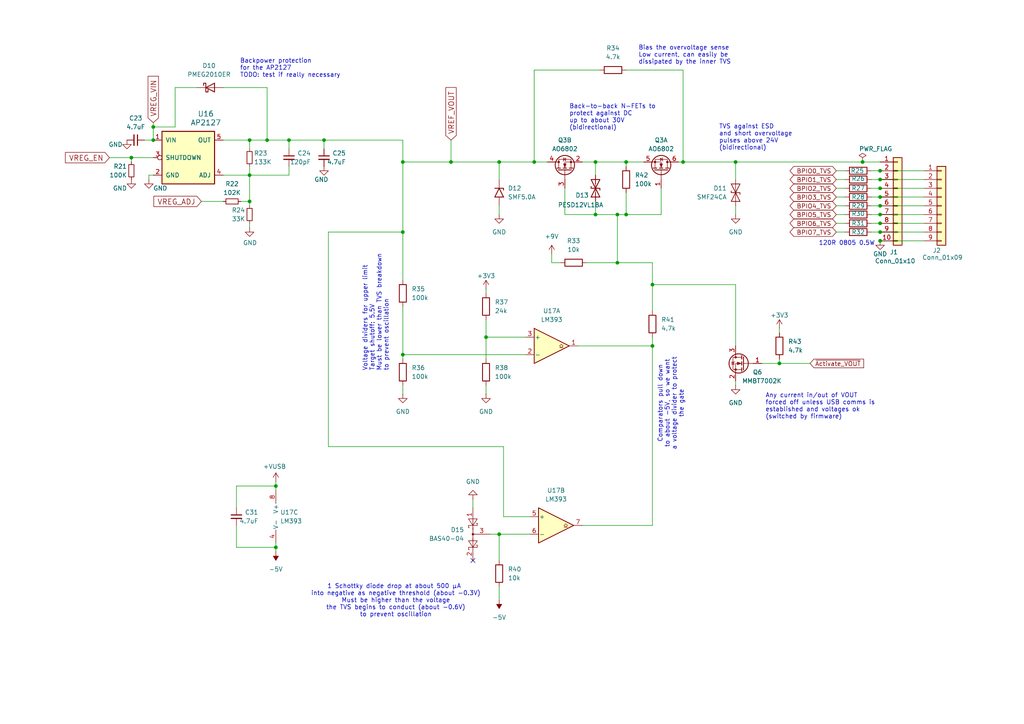
<source format=kicad_sch>
(kicad_sch (version 20231120) (generator "eeschema") (generator_version "8.0")
  (paper "A4")
  (lib_symbols
    (symbol "Comparator:LM393" (pin_names (offset 0.127))
      (property "Reference" "U" (at 3.81 3.81 0))
      (property "Value" "LM393" (at 6.35 -3.81 0))
      (symbol "LM393_1_1"
        (polyline (pts (xy -5.08 5.08) (xy 5.08 0) (xy -5.08 -5.08) (xy -5.08 5.08)) (stroke (width 0.254)) (fill (type background)))
        (polyline (pts (xy 3.302 -0.508) (xy 2.794 -0.508) (xy 3.302 0) (xy 2.794 0.508) (xy 2.286 0) (xy 2.794 -0.508) (xy 2.286 -0.508)) (stroke (width 0.127)))
        (pin open_collector line (at 7.62 0 180) (length 2.54) (name "~") (number "1"))
        (pin input line (at -7.62 -2.54 0) (length 2.54) (name "-") (number "2"))
        (pin input line (at -7.62 2.54 0) (length 2.54) (name "+") (number "3"))
      )
      (symbol "LM393_2_1"
        (polyline (pts (xy -5.08 5.08) (xy 5.08 0) (xy -5.08 -5.08) (xy -5.08 5.08)) (stroke (width 0.254)) (fill (type background)))
        (polyline (pts (xy 3.302 -0.508) (xy 2.794 -0.508) (xy 3.302 0) (xy 2.794 0.508) (xy 2.286 0) (xy 2.794 -0.508) (xy 2.286 -0.508)) (stroke (width 0.127)))
        (pin input line (at -7.62 2.54 0) (length 2.54) (name "+") (number "5"))
        (pin input line (at -7.62 -2.54 0) (length 2.54) (name "-") (number "6"))
        (pin open_collector line (at 7.62 0 180) (length 2.54) (name "~") (number "7"))
      )
      (symbol "LM393_3_1"
        (pin power_in line (at -2.54 -7.62 90) (length 3.81) (name "V-") (number "4"))
        (pin power_in line (at -2.54 7.62 270) (length 3.81) (name "V+") (number "8"))
      )
    )
    (symbol "Connector_Generic:Conn_01x09" (pin_names (offset 1.016) hide)
      (property "Reference" "J" (at 0 12.7 0))
      (property "Value" "Conn_01x09" (at 0 -12.7 0))
      (symbol "Conn_01x09_1_1"
        (rectangle (start -1.27 -10.033) (end 0 -10.287) (stroke (width 0.1524)))
        (rectangle (start -1.27 -7.493) (end 0 -7.747) (stroke (width 0.1524)))
        (rectangle (start -1.27 -4.953) (end 0 -5.207) (stroke (width 0.1524)))
        (rectangle (start -1.27 -2.413) (end 0 -2.667) (stroke (width 0.1524)))
        (rectangle (start -1.27 0.127) (end 0 -0.127) (stroke (width 0.1524)))
        (rectangle (start -1.27 2.667) (end 0 2.413) (stroke (width 0.1524)))
        (rectangle (start -1.27 5.207) (end 0 4.953) (stroke (width 0.1524)))
        (rectangle (start -1.27 7.747) (end 0 7.493) (stroke (width 0.1524)))
        (rectangle (start -1.27 10.287) (end 0 10.033) (stroke (width 0.1524)))
        (rectangle (start -1.27 11.43) (end 1.27 -11.43) (stroke (width 0.254)) (fill (type background)))
        (pin passive line (at -5.08 10.16 0) (length 3.81) (name "Pin_1") (number "1"))
        (pin passive line (at -5.08 7.62 0) (length 3.81) (name "Pin_2") (number "2"))
        (pin passive line (at -5.08 5.08 0) (length 3.81) (name "Pin_3") (number "3"))
        (pin passive line (at -5.08 2.54 0) (length 3.81) (name "Pin_4") (number "4"))
        (pin passive line (at -5.08 0 0) (length 3.81) (name "Pin_5") (number "5"))
        (pin passive line (at -5.08 -2.54 0) (length 3.81) (name "Pin_6") (number "6"))
        (pin passive line (at -5.08 -5.08 0) (length 3.81) (name "Pin_7") (number "7"))
        (pin passive line (at -5.08 -7.62 0) (length 3.81) (name "Pin_8") (number "8"))
        (pin passive line (at -5.08 -10.16 0) (length 3.81) (name "Pin_9") (number "9"))
      )
    )
    (symbol "Connector_Generic:Conn_01x10" (pin_names (offset 1.016) hide)
      (property "Reference" "J" (at 0 12.7 0))
      (property "Value" "Conn_01x10" (at 0 -15.24 0))
      (symbol "Conn_01x10_1_1"
        (rectangle (start -1.27 -12.573) (end 0 -12.827) (stroke (width 0.1524)))
        (rectangle (start -1.27 -10.033) (end 0 -10.287) (stroke (width 0.1524)))
        (rectangle (start -1.27 -7.493) (end 0 -7.747) (stroke (width 0.1524)))
        (rectangle (start -1.27 -4.953) (end 0 -5.207) (stroke (width 0.1524)))
        (rectangle (start -1.27 -2.413) (end 0 -2.667) (stroke (width 0.1524)))
        (rectangle (start -1.27 0.127) (end 0 -0.127) (stroke (width 0.1524)))
        (rectangle (start -1.27 2.667) (end 0 2.413) (stroke (width 0.1524)))
        (rectangle (start -1.27 5.207) (end 0 4.953) (stroke (width 0.1524)))
        (rectangle (start -1.27 7.747) (end 0 7.493) (stroke (width 0.1524)))
        (rectangle (start -1.27 10.287) (end 0 10.033) (stroke (width 0.1524)))
        (rectangle (start -1.27 11.43) (end 1.27 -13.97) (stroke (width 0.254)) (fill (type background)))
        (pin passive line (at -5.08 10.16 0) (length 3.81) (name "Pin_1") (number "1"))
        (pin passive line (at -5.08 -12.7 0) (length 3.81) (name "Pin_10") (number "10"))
        (pin passive line (at -5.08 7.62 0) (length 3.81) (name "Pin_2") (number "2"))
        (pin passive line (at -5.08 5.08 0) (length 3.81) (name "Pin_3") (number "3"))
        (pin passive line (at -5.08 2.54 0) (length 3.81) (name "Pin_4") (number "4"))
        (pin passive line (at -5.08 0 0) (length 3.81) (name "Pin_5") (number "5"))
        (pin passive line (at -5.08 -2.54 0) (length 3.81) (name "Pin_6") (number "6"))
        (pin passive line (at -5.08 -5.08 0) (length 3.81) (name "Pin_7") (number "7"))
        (pin passive line (at -5.08 -7.62 0) (length 3.81) (name "Pin_8") (number "8"))
        (pin passive line (at -5.08 -10.16 0) (length 3.81) (name "Pin_9") (number "9"))
      )
    )
    (symbol "Device:C_Small" (pin_numbers hide) (pin_names (offset 0.254) hide)
      (property "Reference" "C" (at 0.254 1.778 0))
      (property "Value" "C_Small" (at 0.254 -2.032 0))
      (symbol "C_Small_0_1"
        (polyline (pts (xy -1.524 -0.508) (xy 1.524 -0.508)) (stroke (width 0.3302)))
        (polyline (pts (xy -1.524 0.508) (xy 1.524 0.508)) (stroke (width 0.3048)))
      )
      (symbol "C_Small_1_1"
        (pin passive line (at 0 2.54 270) (length 2.032) (name "~") (number "1"))
        (pin passive line (at 0 -2.54 90) (length 2.032) (name "~") (number "2"))
      )
    )
    (symbol "Device:D_Schottky" (pin_numbers hide) (pin_names (offset 1.016) hide)
      (property "Reference" "D" (at 0 2.54 0))
      (property "Value" "D_Schottky" (at 0 -2.54 0))
      (symbol "D_Schottky_0_1"
        (polyline (pts (xy 1.27 0) (xy -1.27 0)))
        (polyline (pts (xy 1.27 1.27) (xy 1.27 -1.27) (xy -1.27 0) (xy 1.27 1.27)) (stroke (width 0.254)))
        (polyline (pts (xy -1.905 0.635) (xy -1.905 1.27) (xy -1.27 1.27) (xy -1.27 -1.27) (xy -0.635 -1.27) (xy -0.635 -0.635)) (stroke (width 0.254)))
      )
      (symbol "D_Schottky_1_1"
        (pin passive line (at -3.81 0 0) (length 2.54) (name "K") (number "1"))
        (pin passive line (at 3.81 0 180) (length 2.54) (name "A") (number "2"))
      )
    )
    (symbol "Device:D_TVS" (pin_numbers hide) (pin_names (offset 1.016) hide)
      (property "Reference" "D" (at 0 2.54 0))
      (property "Value" "D_TVS" (at 0 -2.54 0))
      (symbol "D_TVS_0_1"
        (polyline (pts (xy 1.27 0) (xy -1.27 0)))
        (polyline (pts (xy 0.508 1.27) (xy 0 1.27) (xy 0 -1.27) (xy -0.508 -1.27)) (stroke (width 0.254)))
        (polyline (pts (xy -2.54 1.27) (xy -2.54 -1.27) (xy 2.54 1.27) (xy 2.54 -1.27) (xy -2.54 1.27)) (stroke (width 0.254)))
      )
      (symbol "D_TVS_1_1"
        (pin passive line (at -3.81 0 0) (length 2.54) (name "A1") (number "1"))
        (pin passive line (at 3.81 0 180) (length 2.54) (name "A2") (number "2"))
      )
    )
    (symbol "Device:Q_Dual_NMOS_G1S2G2D2S1D1" (pin_names (offset 0) hide)
      (property "Reference" "Q" (at 6.35 1.27 0))
      (property "Value" "Q_Dual_NMOS_G1S2G2D2S1D1" (at 19.05 -1.27 0))
      (symbol "Q_Dual_NMOS_G1S2G2D2S1D1_0_1"
        (polyline (pts (xy 0.254 0) (xy -2.54 0)))
        (polyline (pts (xy 0.254 1.905) (xy 0.254 -1.905)) (stroke (width 0.254)))
        (polyline (pts (xy 0.762 -1.27) (xy 0.762 -2.286)) (stroke (width 0.254)))
        (polyline (pts (xy 0.762 0.508) (xy 0.762 -0.508)) (stroke (width 0.254)))
        (polyline (pts (xy 0.762 2.286) (xy 0.762 1.27)) (stroke (width 0.254)))
        (polyline (pts (xy 2.54 2.54) (xy 2.54 1.778)))
        (polyline (pts (xy 2.54 -2.54) (xy 2.54 0) (xy 0.762 0)))
        (polyline (pts (xy 0.762 -1.778) (xy 3.302 -1.778) (xy 3.302 1.778) (xy 0.762 1.778)))
        (polyline (pts (xy 1.016 0) (xy 2.032 0.381) (xy 2.032 -0.381) (xy 1.016 0)) (fill (type outline)))
        (polyline (pts (xy 2.794 0.508) (xy 2.921 0.381) (xy 3.683 0.381) (xy 3.81 0.254)))
        (polyline (pts (xy 3.302 0.381) (xy 2.921 -0.254) (xy 3.683 -0.254) (xy 3.302 0.381)))
        (circle (center 1.651 0) (radius 2.794) (stroke (width 0.254)))
        (circle (center 2.54 -1.778) (radius 0.254) (fill (type outline)))
        (circle (center 2.54 1.778) (radius 0.254) (fill (type outline)))
      )
      (symbol "Q_Dual_NMOS_G1S2G2D2S1D1_1_1"
        (pin input line (at -5.08 0 0) (length 2.54) (name "G") (number "1"))
        (pin passive line (at 2.54 -5.08 90) (length 2.54) (name "S") (number "5"))
        (pin passive line (at 2.54 5.08 270) (length 2.54) (name "D") (number "6"))
      )
      (symbol "Q_Dual_NMOS_G1S2G2D2S1D1_2_1"
        (pin passive line (at 2.54 -5.08 90) (length 2.54) (name "S") (number "2"))
        (pin input line (at -5.08 0 0) (length 2.54) (name "G") (number "3"))
        (pin passive line (at 2.54 5.08 270) (length 2.54) (name "D") (number "4"))
      )
    )
    (symbol "Device:R" (pin_numbers hide) (pin_names (offset 0))
      (property "Reference" "R" (at 2.032 0 90))
      (property "Value" "R" (at 0 0 90))
      (symbol "R_0_1"
        (rectangle (start -1.016 -2.54) (end 1.016 2.54) (stroke (width 0.254)))
      )
      (symbol "R_1_1"
        (pin passive line (at 0 3.81 270) (length 1.27) (name "~") (number "1"))
        (pin passive line (at 0 -3.81 90) (length 1.27) (name "~") (number "2"))
      )
    )
    (symbol "Device:R_Small" (pin_numbers hide) (pin_names (offset 0.254) hide)
      (property "Reference" "R" (at 0.762 0.508 0))
      (property "Value" "R_Small" (at 0.762 -1.016 0))
      (symbol "R_Small_0_1"
        (rectangle (start -0.762 1.778) (end 0.762 -1.778) (stroke (width 0.2032)))
      )
      (symbol "R_Small_1_1"
        (pin passive line (at 0 2.54 270) (length 0.762) (name "~") (number "1"))
        (pin passive line (at 0 -2.54 90) (length 0.762) (name "~") (number "2"))
      )
    )
    (symbol "Diode:BAS40-04" (pin_names (offset 1.016))
      (property "Reference" "D" (at 0.635 -1.27 0))
      (property "Value" "BAS40-04" (at -6.35 5.715 0))
      (symbol "BAS40-04_0_1"
        (polyline (pts (xy -3.81 2.54) (xy -1.27 2.54)))
        (polyline (pts (xy -3.175 1.27) (xy -3.175 1.524)))
        (polyline (pts (xy -2.54 1.27) (xy -3.175 1.27)))
        (polyline (pts (xy -2.54 1.27) (xy -2.54 3.81)))
        (polyline (pts (xy -2.54 3.81) (xy -1.905 3.81)))
        (polyline (pts (xy -1.905 2.54) (xy 1.905 2.54)))
        (polyline (pts (xy -1.905 3.81) (xy -1.905 3.556)))
        (polyline (pts (xy 1.27 2.54) (xy 3.81 2.54)))
        (polyline (pts (xy 3.175 1.27) (xy 3.175 1.524)))
        (polyline (pts (xy 3.81 1.27) (xy 3.175 1.27)))
        (polyline (pts (xy 3.81 1.27) (xy 3.81 3.81)))
        (polyline (pts (xy 3.81 3.81) (xy 4.445 3.81)))
        (polyline (pts (xy 4.445 3.81) (xy 4.445 3.556)))
        (polyline (pts (xy -4.445 3.81) (xy -4.445 1.27) (xy -2.54 2.54) (xy -4.445 3.81)))
        (polyline (pts (xy 1.905 3.81) (xy 1.905 1.27) (xy 3.81 2.54) (xy 1.905 3.81)))
        (circle (center 0 2.54) (radius 0.254) (fill (type outline)))
      )
      (symbol "BAS40-04_1_1"
        (pin passive line (at -7.62 2.54 0) (length 3.81) (name "~") (number "1"))
        (pin passive line (at 7.62 2.54 180) (length 3.81) (name "~") (number "2"))
        (pin passive line (at 0 -2.54 90) (length 5.08) (name "~") (number "3"))
      )
    )
    (symbol "Diode:SMAJ5.0A" (pin_numbers hide) (pin_names (offset 1.016) hide)
      (property "Reference" "D" (at 0 2.54 0))
      (property "Value" "SMAJ5.0A" (at 0 -2.54 0))
      (symbol "SMAJ5.0A_0_1"
        (polyline (pts (xy -0.762 1.27) (xy -1.27 1.27) (xy -1.27 -1.27)) (stroke (width 0.254)))
        (polyline (pts (xy 1.27 1.27) (xy 1.27 -1.27) (xy -1.27 0) (xy 1.27 1.27)) (stroke (width 0.254)))
      )
      (symbol "SMAJ5.0A_1_1"
        (pin passive line (at -3.81 0 0) (length 2.54) (name "A1") (number "1"))
        (pin passive line (at 3.81 0 180) (length 2.54) (name "A2") (number "2"))
      )
    )
    (symbol "Diode:SMAJ5.0CA" (pin_numbers hide) (pin_names (offset 1.016) hide)
      (property "Reference" "D" (at 0 2.54 0))
      (property "Value" "SMAJ5.0CA" (at 0 -2.54 0))
      (symbol "SMAJ5.0CA_0_1"
        (polyline (pts (xy 1.27 0) (xy -1.27 0)))
        (polyline (pts (xy -2.54 -1.27) (xy 0 0) (xy -2.54 1.27) (xy -2.54 -1.27)) (stroke (width 0.2032)))
        (polyline (pts (xy 0.508 1.27) (xy 0 1.27) (xy 0 -1.27) (xy -0.508 -1.27)) (stroke (width 0.2032)))
        (polyline (pts (xy 2.54 1.27) (xy 2.54 -1.27) (xy 0 0) (xy 2.54 1.27)) (stroke (width 0.2032)))
      )
      (symbol "SMAJ5.0CA_1_1"
        (pin passive line (at -3.81 0 0) (length 2.54) (name "A1") (number "1"))
        (pin passive line (at 3.81 0 180) (length 2.54) (name "A2") (number "2"))
      )
    )
    (symbol "GND_1" (power) (pin_numbers hide) (pin_names (offset 0) hide)
      (property "Value" "GND" (at 0 -3.81 0))
      (symbol "GND_1_0_1"
        (polyline (pts (xy 0 0) (xy 0 -1.27) (xy 1.27 -1.27) (xy 0 -2.54) (xy -1.27 -1.27) (xy 0 -1.27)))
      )
      (symbol "GND_1_1_1"
        (pin power_in line (at 0 0 270) (length 0) (name "~") (number "1"))
      )
    )
    (symbol "GND_2" (power) (pin_numbers hide) (pin_names (offset 0) hide)
      (property "Value" "GND" (at 0 -3.81 0))
      (symbol "GND_2_0_1"
        (polyline (pts (xy 0 0) (xy 0 -1.27) (xy 1.27 -1.27) (xy 0 -2.54) (xy -1.27 -1.27) (xy 0 -1.27)))
      )
      (symbol "GND_2_1_1"
        (pin power_in line (at 0 0 270) (length 0) (name "~") (number "1"))
      )
    )
    (symbol "GND_3" (power) (pin_numbers hide) (pin_names (offset 0) hide)
      (property "Value" "GND" (at 0 -3.81 0))
      (symbol "GND_3_0_1"
        (polyline (pts (xy 0 0) (xy 0 -1.27) (xy 1.27 -1.27) (xy 0 -2.54) (xy -1.27 -1.27) (xy 0 -1.27)))
      )
      (symbol "GND_3_1_1"
        (pin power_in line (at 0 0 270) (length 0) (name "~") (number "1"))
      )
    )
    (symbol "GND_4" (power) (pin_numbers hide) (pin_names (offset 0) hide)
      (property "Value" "GND" (at 0 -3.81 0))
      (symbol "GND_4_0_1"
        (polyline (pts (xy 0 0) (xy 0 -1.27) (xy 1.27 -1.27) (xy 0 -2.54) (xy -1.27 -1.27) (xy 0 -1.27)))
      )
      (symbol "GND_4_1_1"
        (pin power_in line (at 0 0 270) (length 0) (name "~") (number "1"))
      )
    )
    (symbol "GND_7" (power) (pin_numbers hide) (pin_names (offset 0) hide)
      (property "Value" "GND" (at 0 -3.81 0))
      (symbol "GND_7_0_1"
        (polyline (pts (xy 0 0) (xy 0 -1.27) (xy 1.27 -1.27) (xy 0 -2.54) (xy -1.27 -1.27) (xy 0 -1.27)))
      )
      (symbol "GND_7_1_1"
        (pin power_in line (at 0 0 270) (length 0) (name "~") (number "1"))
      )
    )
    (symbol "Transistor_FET:BSS138" (pin_names hide)
      (property "Reference" "Q" (at 5.08 1.905 0))
      (property "Value" "BSS138" (at 5.08 0 0))
      (symbol "BSS138_0_1"
        (polyline (pts (xy 0.254 0) (xy -2.54 0)))
        (polyline (pts (xy 0.254 1.905) (xy 0.254 -1.905)) (stroke (width 0.254)))
        (polyline (pts (xy 0.762 -1.27) (xy 0.762 -2.286)) (stroke (width 0.254)))
        (polyline (pts (xy 0.762 0.508) (xy 0.762 -0.508)) (stroke (width 0.254)))
        (polyline (pts (xy 0.762 2.286) (xy 0.762 1.27)) (stroke (width 0.254)))
        (polyline (pts (xy 2.54 2.54) (xy 2.54 1.778)))
        (polyline (pts (xy 2.54 -2.54) (xy 2.54 0) (xy 0.762 0)))
        (polyline (pts (xy 0.762 -1.778) (xy 3.302 -1.778) (xy 3.302 1.778) (xy 0.762 1.778)))
        (polyline (pts (xy 1.016 0) (xy 2.032 0.381) (xy 2.032 -0.381) (xy 1.016 0)) (fill (type outline)))
        (polyline (pts (xy 2.794 0.508) (xy 2.921 0.381) (xy 3.683 0.381) (xy 3.81 0.254)))
        (polyline (pts (xy 3.302 0.381) (xy 2.921 -0.254) (xy 3.683 -0.254) (xy 3.302 0.381)))
        (circle (center 1.651 0) (radius 2.794) (stroke (width 0.254)))
        (circle (center 2.54 -1.778) (radius 0.254) (fill (type outline)))
        (circle (center 2.54 1.778) (radius 0.254) (fill (type outline)))
      )
      (symbol "BSS138_1_1"
        (pin input line (at -5.08 0 0) (length 2.54) (name "G") (number "1"))
        (pin passive line (at 2.54 -5.08 90) (length 2.54) (name "S") (number "2"))
        (pin passive line (at 2.54 5.08 270) (length 2.54) (name "D") (number "3"))
      )
    )
    (symbol "dp-power:+VUSB" (power) (pin_names (offset 1.016))
      (property "Value" "+VUSB" (at 0 5.08 0))
      (symbol "+VUSB_0_1"
        (polyline (pts (xy 0 0) (xy 0 2.54)))
        (polyline (pts (xy 0 2.54) (xy -0.762 1.27)))
        (polyline (pts (xy 0 2.54) (xy 0.762 1.27)))
      )
      (symbol "+VUSB_1_1"
        (pin power_in line (at 0 0 90) (length 0) hide (name "+VUSB") (number "1"))
      )
    )
    (symbol "dp-vreg:MCP1824" (pin_names (offset 1.016))
      (property "Reference" "U" (at 0 12.7 0))
      (property "Value" "MCP1824" (at 0 10.16 0))
      (symbol "MCP1824_0_1"
        (rectangle (start -7.62 7.62) (end 7.62 -7.62) (stroke (width 0.3048)) (fill (type background)))
      )
      (symbol "MCP1824_1_1"
        (pin input line (at -10.16 5.08 0) (length 2.54) (name "VIN") (number "1"))
        (pin input line (at -10.16 -5.08 0) (length 2.54) (name "GND") (number "2"))
        (pin input inverted (at -10.16 0 0) (length 2.54) (name "SHUTDOWN") (number "3"))
        (pin input line (at 10.16 -5.08 180) (length 2.54) (name "ADJ") (number "4"))
        (pin power_out line (at 10.16 5.08 180) (length 2.54) (name "OUT") (number "5"))
      )
    )
    (symbol "power:+3V3" (power) (pin_names (offset 0))
      (property "Value" "+3V3" (at 0 3.556 0))
      (symbol "+3V3_0_1"
        (polyline (pts (xy -0.762 1.27) (xy 0 2.54)))
        (polyline (pts (xy 0 0) (xy 0 2.54)))
        (polyline (pts (xy 0 2.54) (xy 0.762 1.27)))
      )
      (symbol "+3V3_1_1"
        (pin power_in line (at 0 0 90) (length 0) hide (name "+3V3") (number "1"))
      )
    )
    (symbol "power:+9V" (power) (pin_numbers hide) (pin_names (offset 0) hide)
      (property "Value" "+9V" (at 0 3.556 0))
      (symbol "+9V_0_1"
        (polyline (pts (xy -0.762 1.27) (xy 0 2.54)))
        (polyline (pts (xy 0 0) (xy 0 2.54)))
        (polyline (pts (xy 0 2.54) (xy 0.762 1.27)))
      )
      (symbol "+9V_1_1"
        (pin power_in line (at 0 0 90) (length 0) (name "~") (number "1"))
      )
    )
    (symbol "power:-5V" (power) (pin_numbers hide) (pin_names (offset 0) hide)
      (property "Value" "-5V" (at 0 3.556 0))
      (symbol "-5V_0_0"
        (pin power_in line (at 0 0 90) (length 0) (name "~") (number "1"))
      )
      (symbol "-5V_0_1"
        (polyline (pts (xy 0 0) (xy 0 1.27) (xy 0.762 1.27) (xy 0 2.54) (xy -0.762 1.27) (xy 0 1.27)) (fill (type outline)))
      )
    )
    (symbol "power:GND" (power) (pin_names (offset 0))
      (property "Value" "GND" (at 0 -3.81 0))
      (symbol "GND_0_1"
        (polyline (pts (xy 0 0) (xy 0 -1.27) (xy 1.27 -1.27) (xy 0 -2.54) (xy -1.27 -1.27) (xy 0 -1.27)))
      )
      (symbol "GND_1_1"
        (pin power_in line (at 0 0 270) (length 0) hide (name "GND") (number "1"))
      )
    )
    (symbol "power:PWR_FLAG" (power) (pin_numbers hide) (pin_names (offset 0) hide)
      (property "Value" "PWR_FLAG" (at 0 3.81 0))
      (symbol "PWR_FLAG_0_0"
        (pin power_out line (at 0 0 90) (length 0) (name "pwr") (number "1"))
      )
      (symbol "PWR_FLAG_0_1"
        (polyline (pts (xy 0 0) (xy 0 1.27) (xy -1.016 1.905) (xy 0 2.54) (xy 1.016 1.905) (xy 0 1.27)))
      )
    )
  )
  (junction (at 72.39 40.64))
  (junction (at 189.23 100.33))
  (junction (at 144.78 46.99))
  (junction (at 38.1 45.72))
  (junction (at 172.72 62.23))
  (junction (at 80.01 158.75))
  (junction (at 116.84 102.87))
  (junction (at 189.23 82.55))
  (junction (at 83.82 40.64))
  (junction (at 44.45 40.64))
  (junction (at 181.61 46.99))
  (junction (at 181.61 62.23))
  (junction (at 255.27 59.69))
  (junction (at 255.27 67.31))
  (junction (at 255.27 64.77))
  (junction (at 255.27 49.53))
  (junction (at 198.12 46.99))
  (junction (at 72.39 58.42))
  (junction (at 72.39 50.8))
  (junction (at 172.72 46.99))
  (junction (at 255.27 62.23))
  (junction (at 44.45 36.83))
  (junction (at 255.27 54.61))
  (junction (at 255.27 57.15))
  (junction (at 140.97 97.79))
  (junction (at 226.06 105.41))
  (junction (at 80.01 140.97))
  (junction (at 179.07 62.23))
  (junction (at 144.78 154.94))
  (junction (at 179.07 76.2))
  (junction (at 213.36 46.99))
  (junction (at 77.47 40.64))
  (junction (at 93.98 40.64))
  (junction (at 116.84 67.31))
  (junction (at 154.94 46.99))
  (junction (at 130.81 46.99))
  (junction (at 255.27 69.85))
  (junction (at 250.19 46.99))
  (junction (at 116.84 46.99))
  (junction (at 255.27 52.07))
  (no_connect (at 137.16 162.56))
  (wire (pts (xy 144.78 154.94) (xy 153.67 154.94)))
  (wire (pts (xy 181.61 62.23) (xy 191.77 62.23)))
  (wire (pts (xy 68.58 140.97) (xy 68.58 147.32)))
  (wire (pts (xy 172.72 58.42) (xy 172.72 62.23)))
  (wire (pts (xy 130.81 40.64) (xy 130.81 46.99)))
  (wire (pts (xy 116.84 40.64) (xy 116.84 46.99)))
  (wire (pts (xy 116.84 111.76) (xy 116.84 114.3)))
  (wire (pts (xy 72.39 40.64) (xy 77.47 40.64)))
  (wire (pts (xy 255.27 57.15) (xy 267.97 57.15)))
  (wire (pts (xy 57.15 25.4) (xy 50.8 25.4)))
  (wire (pts (xy 80.01 158.75) (xy 80.01 160.02)))
  (wire (pts (xy 68.58 158.75) (xy 80.01 158.75)))
  (wire (pts (xy 140.97 97.79) (xy 152.4 97.79)))
  (wire (pts (xy 144.78 46.99) (xy 144.78 52.07)))
  (wire (pts (xy 179.07 76.2) (xy 179.07 62.23)))
  (wire (pts (xy 44.45 35.56) (xy 44.45 36.83)))
  (wire (pts (xy 250.19 46.99) (xy 255.27 46.99)))
  (wire (pts (xy 198.12 20.32) (xy 198.12 46.99)))
  (wire (pts (xy 95.25 129.54) (xy 95.25 67.31)))
  (wire (pts (xy 116.84 46.99) (xy 130.81 46.99)))
  (wire (pts (xy 116.84 102.87) (xy 116.84 104.14)))
  (wire (pts (xy 255.27 54.61) (xy 267.97 54.61)))
  (wire (pts (xy 41.91 40.64) (xy 44.45 40.64)))
  (wire (pts (xy 179.07 76.2) (xy 189.23 76.2)))
  (wire (pts (xy 116.84 67.31) (xy 116.84 81.28)))
  (wire (pts (xy 213.36 59.69) (xy 213.36 62.23)))
  (wire (pts (xy 168.91 152.4) (xy 189.23 152.4)))
  (wire (pts (xy 72.39 66.04) (xy 72.39 64.77)))
  (wire (pts (xy 116.84 46.99) (xy 116.84 67.31)))
  (wire (pts (xy 255.27 59.69) (xy 267.97 59.69)))
  (wire (pts (xy 58.42 58.42) (xy 64.77 58.42)))
  (wire (pts (xy 191.77 62.23) (xy 191.77 54.61)))
  (wire (pts (xy 226.06 105.41) (xy 234.95 105.41)))
  (wire (pts (xy 181.61 20.32) (xy 198.12 20.32)))
  (wire (pts (xy 64.77 50.8) (xy 72.39 50.8)))
  (wire (pts (xy 77.47 40.64) (xy 83.82 40.64)))
  (wire (pts (xy 220.98 105.41) (xy 226.06 105.41)))
  (wire (pts (xy 189.23 97.79) (xy 189.23 100.33)))
  (wire (pts (xy 154.94 20.32) (xy 154.94 46.99)))
  (wire (pts (xy 196.85 46.99) (xy 198.12 46.99)))
  (wire (pts (xy 144.78 154.94) (xy 144.78 162.56)))
  (wire (pts (xy 242.57 64.77) (xy 245.11 64.77)))
  (wire (pts (xy 181.61 46.99) (xy 181.61 48.26)))
  (wire (pts (xy 83.82 43.18) (xy 83.82 40.64)))
  (wire (pts (xy 116.84 88.9) (xy 116.84 102.87)))
  (wire (pts (xy 72.39 59.69) (xy 72.39 58.42)))
  (wire (pts (xy 252.73 62.23) (xy 255.27 62.23)))
  (wire (pts (xy 144.78 170.18) (xy 144.78 173.99)))
  (wire (pts (xy 93.98 40.64) (xy 116.84 40.64)))
  (wire (pts (xy 80.01 157.48) (xy 80.01 158.75)))
  (wire (pts (xy 38.1 46.99) (xy 38.1 45.72)))
  (wire (pts (xy 189.23 100.33) (xy 189.23 152.4)))
  (wire (pts (xy 255.27 52.07) (xy 267.97 52.07)))
  (wire (pts (xy 130.81 46.99) (xy 144.78 46.99)))
  (wire (pts (xy 116.84 102.87) (xy 152.4 102.87)))
  (wire (pts (xy 168.91 46.99) (xy 172.72 46.99)))
  (wire (pts (xy 163.83 62.23) (xy 163.83 54.61)))
  (wire (pts (xy 80.01 139.7) (xy 80.01 140.97)))
  (wire (pts (xy 242.57 62.23) (xy 245.11 62.23)))
  (wire (pts (xy 95.25 67.31) (xy 116.84 67.31)))
  (wire (pts (xy 242.57 57.15) (xy 245.11 57.15)))
  (wire (pts (xy 69.85 58.42) (xy 72.39 58.42)))
  (wire (pts (xy 167.64 100.33) (xy 189.23 100.33)))
  (wire (pts (xy 252.73 57.15) (xy 255.27 57.15)))
  (wire (pts (xy 83.82 40.64) (xy 93.98 40.64)))
  (wire (pts (xy 140.97 111.76) (xy 140.97 114.3)))
  (wire (pts (xy 44.45 50.8) (xy 43.18 50.8)))
  (wire (pts (xy 72.39 58.42) (xy 72.39 50.8)))
  (wire (pts (xy 179.07 62.23) (xy 181.61 62.23)))
  (wire (pts (xy 252.73 64.77) (xy 255.27 64.77)))
  (wire (pts (xy 179.07 62.23) (xy 172.72 62.23)))
  (wire (pts (xy 242.57 67.31) (xy 245.11 67.31)))
  (wire (pts (xy 213.36 46.99) (xy 213.36 52.07)))
  (wire (pts (xy 163.83 62.23) (xy 172.72 62.23)))
  (wire (pts (xy 242.57 59.69) (xy 245.11 59.69)))
  (wire (pts (xy 170.18 76.2) (xy 179.07 76.2)))
  (wire (pts (xy 213.36 82.55) (xy 189.23 82.55)))
  (wire (pts (xy 252.73 59.69) (xy 255.27 59.69)))
  (wire (pts (xy 83.82 50.8) (xy 83.82 48.26)))
  (wire (pts (xy 213.36 82.55) (xy 213.36 100.33)))
  (wire (pts (xy 80.01 140.97) (xy 80.01 142.24)))
  (wire (pts (xy 38.1 45.72) (xy 31.75 45.72)))
  (wire (pts (xy 153.67 149.86) (xy 146.05 149.86)))
  (wire (pts (xy 80.01 140.97) (xy 68.58 140.97)))
  (wire (pts (xy 137.16 144.78) (xy 137.16 147.32)))
  (wire (pts (xy 93.98 40.64) (xy 93.98 43.18)))
  (wire (pts (xy 43.18 50.8) (xy 43.18 52.07)))
  (wire (pts (xy 95.25 129.54) (xy 146.05 129.54)))
  (wire (pts (xy 72.39 50.8) (xy 83.82 50.8)))
  (wire (pts (xy 142.24 154.94) (xy 144.78 154.94)))
  (wire (pts (xy 255.27 67.31) (xy 267.97 67.31)))
  (wire (pts (xy 242.57 49.53) (xy 245.11 49.53)))
  (wire (pts (xy 68.58 152.4) (xy 68.58 158.75)))
  (wire (pts (xy 72.39 50.8) (xy 72.39 48.26)))
  (wire (pts (xy 50.8 36.83) (xy 44.45 36.83)))
  (wire (pts (xy 44.45 45.72) (xy 38.1 45.72)))
  (wire (pts (xy 242.57 52.07) (xy 245.11 52.07)))
  (wire (pts (xy 255.27 64.77) (xy 267.97 64.77)))
  (wire (pts (xy 173.99 20.32) (xy 154.94 20.32)))
  (wire (pts (xy 154.94 46.99) (xy 158.75 46.99)))
  (wire (pts (xy 242.57 54.61) (xy 245.11 54.61)))
  (wire (pts (xy 64.77 40.64) (xy 72.39 40.64)))
  (wire (pts (xy 252.73 54.61) (xy 255.27 54.61)))
  (wire (pts (xy 181.61 55.88) (xy 181.61 62.23)))
  (wire (pts (xy 198.12 46.99) (xy 213.36 46.99)))
  (wire (pts (xy 252.73 67.31) (xy 255.27 67.31)))
  (wire (pts (xy 172.72 46.99) (xy 172.72 50.8)))
  (wire (pts (xy 255.27 62.23) (xy 267.97 62.23)))
  (wire (pts (xy 44.45 36.83) (xy 44.45 40.64)))
  (wire (pts (xy 144.78 46.99) (xy 154.94 46.99)))
  (wire (pts (xy 64.77 25.4) (xy 77.47 25.4)))
  (wire (pts (xy 213.36 46.99) (xy 250.19 46.99)))
  (wire (pts (xy 50.8 25.4) (xy 50.8 36.83)))
  (wire (pts (xy 189.23 82.55) (xy 189.23 90.17)))
  (wire (pts (xy 172.72 46.99) (xy 181.61 46.99)))
  (wire (pts (xy 252.73 49.53) (xy 255.27 49.53)))
  (wire (pts (xy 72.39 43.18) (xy 72.39 40.64)))
  (wire (pts (xy 189.23 76.2) (xy 189.23 82.55)))
  (wire (pts (xy 146.05 149.86) (xy 146.05 129.54)))
  (wire (pts (xy 213.36 110.49) (xy 213.36 111.76)))
  (wire (pts (xy 140.97 97.79) (xy 140.97 104.14)))
  (wire (pts (xy 160.02 73.66) (xy 160.02 76.2)))
  (wire (pts (xy 144.78 59.69) (xy 144.78 62.23)))
  (wire (pts (xy 255.27 69.85) (xy 267.97 69.85)))
  (wire (pts (xy 160.02 76.2) (xy 162.56 76.2)))
  (wire (pts (xy 267.97 49.53) (xy 255.27 49.53)))
  (wire (pts (xy 140.97 83.82) (xy 140.97 85.09)))
  (wire (pts (xy 77.47 25.4) (xy 77.47 40.64)))
  (wire (pts (xy 181.61 46.99) (xy 186.69 46.99)))
  (wire (pts (xy 226.06 104.14) (xy 226.06 105.41)))
  (wire (pts (xy 140.97 92.71) (xy 140.97 97.79)))
  (wire (pts (xy 226.06 95.25) (xy 226.06 96.52)))
  (wire (pts (xy 252.73 52.07) (xy 255.27 52.07)))
  (text "Backpower protection\nfor the AP2127\nTODO: test if really necessary" (at 69.596 19.812 0) (effects (font (size 1.27 1.27)) (justify left)))
  (text "Bias the overvoltage sense\nLow current, can easily be\ndissipated by the inner TVS" (at 185.166 16.002 0) (effects (font (size 1.27 1.27)) (justify left)))
  (text "120R 0805 0.5W" (at 245.618 70.612 0) (effects (font (size 1.27 1.27))))
  (text "TVS against ESD\nand short overvoltage\npulses above 24V\n(bidirectional)" (at 208.534 39.878 0) (effects (font (size 1.27 1.27)) (justify left)))
  (text "Back-to-back N-FETs to\nprotect against DC\nup to about 30V\n(bidirectional)" (at 165.1 34.036 0) (effects (font (size 1.27 1.27)) (justify left)))
  (text "Comparators pull down\nto about -5V, so we want\na voltage divider to protect\nthe gate" (at 194.564 117.094 90) (effects (font (size 1.27 1.27))))
  (text "1 Schottky diode drop at about 500 µA \ninto negative as negative threshold (about -0.3V)\nMust be higher than the voltage\nthe TVS begins to conduct (about -0.6V)\nto prevent oscillation" (at 114.808 174.244 0) (effects (font (size 1.27 1.27))))
  (text "Voltage dividers for upper limit\nTarget shutoff: 5.5V\nMust be lower than TVS breakdown\nto prevent oscillation" (at 108.966 107.696 90) (effects (font (size 1.27 1.27)) (justify left)))
  (text "Any current in/out of VOUT\nforced off unless USB comms is\nestablished and voltages ok\n(switched by firmware)" (at 221.996 117.856 0) (effects (font (size 1.27 1.27)) (justify left)))
  (global_label "VREG_ADJ" (shape input) (at 58.42 58.42 180) (effects (font (size 1.524 1.524))) (property "Intersheetrefs" "${INTERSHEET_REFS}" (effects (hide yes))))
  (global_label "VREG_EN" (shape input) (at 31.75 45.72 180) (effects (font (size 1.524 1.524))) (property "Intersheetrefs" "${INTERSHEET_REFS}" (effects (hide yes))))
  (global_label "BPIO6_TVS" (shape bidirectional) (at 242.57 64.77 180) (property "Intersheetrefs" "${INTERSHEET_REFS}" (effects (hide yes))))
  (global_label "BPIO3_TVS" (shape bidirectional) (at 242.57 57.15 180) (property "Intersheetrefs" "${INTERSHEET_REFS}" (effects (hide yes))))
  (global_label "BPIO2_TVS" (shape bidirectional) (at 242.57 54.61 180) (property "Intersheetrefs" "${INTERSHEET_REFS}" (effects (hide yes))))
  (global_label "BPIO0_TVS" (shape bidirectional) (at 242.57 49.53 180) (property "Intersheetrefs" "${INTERSHEET_REFS}" (effects (hide yes))))
  (global_label "BPIO4_TVS" (shape bidirectional) (at 242.57 59.69 180) (property "Intersheetrefs" "${INTERSHEET_REFS}" (effects (hide yes))))
  (global_label "BPIO1_TVS" (shape bidirectional) (at 242.57 52.07 180) (property "Intersheetrefs" "${INTERSHEET_REFS}" (effects (hide yes))))
  (global_label "BPIO7_TVS" (shape bidirectional) (at 242.57 67.31 180) (property "Intersheetrefs" "${INTERSHEET_REFS}" (effects (hide yes))))
  (global_label "BPIO5_TVS" (shape bidirectional) (at 242.57 62.23 180) (property "Intersheetrefs" "${INTERSHEET_REFS}" (effects (hide yes))))
  (global_label "~{Activate_VOUT}" (shape input) (at 234.95 105.41 0) (property "Intersheetrefs" "${INTERSHEET_REFS}" (effects (hide yes))))
  (global_label "VREG_VIN" (shape input) (at 44.45 35.56 90) (effects (font (size 1.524 1.524))) (property "Intersheetrefs" "${INTERSHEET_REFS}" (effects (hide yes))))
  (global_label "VREF_VOUT" (shape input) (at 130.81 40.64 90) (effects (font (size 1.524 1.524))) (property "Intersheetrefs" "${INTERSHEET_REFS}" (effects (hide yes))))
  (symbol (lib_id "power:-5V") (at 144.78 173.99 180) (unit 1)
    (property "Reference" "#PWR0134" (effects (hide yes)))
    (property "Value" "-5V" (at 144.78 179.07 0))
    (property "Description" "Power symbol creates a global label with name \"-5V\"" (effects (hide yes)))
  )
  (symbol (lib_id "Connector_Generic:Conn_01x09") (at 273.05 59.69 0) (unit 1)
    (property "Reference" "J2" (at 270.51 72.644 0) (effects (justify left)))
    (property "Value" "Conn_01x09" (at 267.462 74.676 0) (effects (justify left)))
    (property "Footprint" "Connector_JST:JST_SH_SM09B-SRSS-TB_1x09-1MP_P1.00mm_Horizontal" (effects (hide yes)))
  )
  (symbol (lib_id "Device:R") (at 140.97 107.95 0) (unit 1)
    (property "Reference" "R38" (at 143.51 106.6799 0) (effects (justify left)))
    (property "Value" "100k" (at 143.51 109.2199 0) (effects (justify left)))
    (property "Description" "Resistor" (effects (hide yes)))
  )
  (symbol (lib_id "power:+9V") (at 160.02 73.66 0) (unit 1)
    (property "Reference" "#PWR0102" (effects (hide yes)))
    (property "Value" "+9V" (at 160.02 68.58 0))
    (property "Description" "Power symbol creates a global label with name \"+9V\"" (effects (hide yes)))
  )
  (symbol (lib_id "Device:R_Small") (at 72.39 62.23 0) (unit 1)
    (property "Reference" "R24" (at 71.12 60.96 0) (effects (justify right)))
    (property "Value" "33K" (at 71.12 63.5 0) (effects (justify right)))
    (property "Footprint" "Resistor_SMD:R_0402_1005Metric" (effects (hide yes)))
    (property "RMB" "0.004864" (effects (hide yes)))
    (property "Supplier" "https://item.szlcsc.com/61542.html" (effects (hide yes)))
  )
  (symbol (lib_id "Comparator:LM393") (at 160.02 100.33 0) (unit 1)
    (property "Reference" "U17" (at 160.02 90.17 0))
    (property "Value" "LM393" (at 160.02 92.71 0))
    (property "Datasheet" "http://www.ti.com/lit/ds/symlink/lm393.pdf" (effects (hide yes)))
    (property "Description" "Low-Power, Low-Offset Voltage, Dual Comparators, DIP-8/SOIC-8/TO-99-8" (effects (hide yes)))
  )
  (symbol (lib_id "power:GND") (at 43.18 52.07 0) (unit 1)
    (property "Reference" "#PWR091" (effects (hide yes)))
    (property "Value" "GND" (at 44.45 54.61 0) (effects (justify left)))
  )
  (symbol (lib_id "power:+3V3") (at 140.97 83.82 0) (unit 1)
    (property "Reference" "#PWR0103" (effects (hide yes)))
    (property "Value" "+3V3" (at 140.97 80.01 0))
  )
  (symbol (lib_id "Device:R") (at 177.8 20.32 90) (unit 1)
    (property "Reference" "R34" (at 177.8 13.97 90))
    (property "Value" "4.7k" (at 177.8 16.51 90))
    (property "Description" "Resistor" (effects (hide yes)))
  )
  (symbol (lib_id "Comparator:LM393") (at 82.55 149.86 0) (unit 3)
    (property "Reference" "U17" (at 81.28 148.5899 0) (effects (justify left)))
    (property "Value" "LM393" (at 81.28 151.1299 0) (effects (justify left)))
    (property "Datasheet" "http://www.ti.com/lit/ds/symlink/lm393.pdf" (effects (hide yes)))
    (property "Description" "Low-Power, Low-Offset Voltage, Dual Comparators, DIP-8/SOIC-8/TO-99-8" (effects (hide yes)))
  )
  (symbol (lib_id "Device:D_Schottky") (at 60.96 25.4 0) (unit 1)
    (property "Reference" "D10" (at 60.6425 19.05 0))
    (property "Value" "PMEG2010ER" (at 60.6425 21.59 0))
    (property "Description" "Schottky diode" (effects (hide yes)))
  )
  (symbol (lib_name "GND_3") (lib_id "power:GND") (at 137.16 144.78 180) (unit 1)
    (property "Reference" "#PWR0135" (effects (hide yes)))
    (property "Value" "GND" (at 137.16 139.7 0))
    (property "Description" "Power symbol creates a global label with name \"GND\" , ground" (effects (hide yes)))
  )
  (symbol (lib_id "Diode:SMAJ5.0A") (at 144.78 55.88 270) (unit 1)
    (property "Reference" "D12" (at 147.32 54.6099 90) (effects (justify left)))
    (property "Value" "SMF5.0A" (at 147.32 57.1499 90) (effects (justify left)))
  )
  (symbol (lib_id "Device:R") (at 248.92 52.07 90) (unit 1)
    (property "Reference" "R26" (at 248.92 51.816 90))
    (property "Value" "120R" (effects (hide yes)))
    (property "Footprint" "Resistor_SMD:R_0805_2012Metric_Pad1.20x1.40mm_HandSolder" (effects (hide yes)))
    (property "Description" "Resistor" (effects (hide yes)))
  )
  (symbol (lib_id "dp-vreg:MCP1824") (at 54.61 45.72 0) (unit 1)
    (property "Reference" "U16" (at 59.69 33.02 0) (effects (font (size 1.524 1.524))))
    (property "Value" "AP2127" (at 59.69 35.56 0) (effects (font (size 1.524 1.524))))
    (property "Footprint" "Package_TO_SOT_SMD:SOT-23-5" (effects (hide yes)))
    (property "RMB" "2.68" (effects (hide yes)))
    (property "Supplier" " https://item.szlcsc.com/157049.html" (effects (hide yes)))
  )
  (symbol (lib_id "Device:R") (at 144.78 166.37 0) (unit 1)
    (property "Reference" "R40" (at 147.32 165.0999 0) (effects (justify left)))
    (property "Value" "10k" (at 147.32 167.6399 0) (effects (justify left)))
    (property "Description" "Resistor" (effects (hide yes)))
  )
  (symbol (lib_id "Diode:BAS40-04") (at 139.7 154.94 90) (mirror x) (unit 1)
    (property "Reference" "D15" (at 134.62 153.6699 90) (effects (justify left)))
    (property "Value" "BAS40-04" (at 134.62 156.2099 90) (effects (justify left)))
    (property "Footprint" "Package_TO_SOT_SMD:SOT-523" (effects (hide yes)))
    (property "Datasheet" "http://www.vishay.com/docs/85701/bas40v.pdf" (effects (hide yes)))
    (property "Description" "40V 0.2A Dual Small Signal Schottky Diodes" (effects (hide yes)))
  )
  (symbol (lib_id "Device:R") (at 140.97 88.9 0) (unit 1)
    (property "Reference" "R37" (at 143.51 87.6299 0) (effects (justify left)))
    (property "Value" "24k" (at 143.51 90.1699 0) (effects (justify left)))
    (property "Description" "Resistor" (effects (hide yes)))
  )
  (symbol (lib_id "Device:R") (at 248.92 64.77 90) (unit 1)
    (property "Reference" "R31" (at 248.92 64.77 90))
    (property "Value" "120R" (effects (hide yes)))
    (property "Footprint" "Resistor_SMD:R_0805_2012Metric_Pad1.20x1.40mm_HandSolder" (effects (hide yes)))
    (property "Description" "Resistor" (effects (hide yes)))
  )
  (symbol (lib_name "GND_2") (lib_id "power:GND") (at 144.78 62.23 0) (unit 1)
    (property "Reference" "#PWR096" (effects (hide yes)))
    (property "Value" "GND" (at 144.78 67.31 0))
    (property "Description" "Power symbol creates a global label with name \"GND\" , ground" (effects (hide yes)))
  )
  (symbol (lib_id "Device:R") (at 248.92 49.53 90) (unit 1)
    (property "Reference" "R25" (at 248.666 49.53 90))
    (property "Value" "120R" (effects (hide yes)))
    (property "Footprint" "Resistor_SMD:R_0805_2012Metric_Pad1.20x1.40mm_HandSolder" (effects (hide yes)))
    (property "Description" "Resistor" (effects (hide yes)))
  )
  (symbol (lib_id "Device:R") (at 226.06 100.33 0) (unit 1)
    (property "Reference" "R43" (at 228.6 99.0599 0) (effects (justify left)))
    (property "Value" "4.7k" (at 228.6 101.5999 0) (effects (justify left)))
    (property "Description" "Resistor" (effects (hide yes)))
  )
  (symbol (lib_id "Device:R") (at 189.23 93.98 0) (unit 1)
    (property "Reference" "R41" (at 191.77 92.7099 0) (effects (justify left)))
    (property "Value" "4.7k" (at 191.77 95.2499 0) (effects (justify left)))
    (property "Description" "Resistor" (effects (hide yes)))
  )
  (symbol (lib_id "Device:C_Small") (at 39.37 40.64 270) (unit 1)
    (property "Reference" "C23" (at 39.37 34.29 90))
    (property "Value" "4.7uF" (at 39.37 36.83 90))
    (property "Footprint" "Capacitor_SMD:C_0402_1005Metric" (effects (hide yes)))
    (property "RMB" "0.037726" (effects (hide yes)))
    (property "Supplier" "https://item.szlcsc.com/1877.html" (effects (hide yes)))
  )
  (symbol (lib_id "Device:R") (at 116.84 85.09 0) (unit 1)
    (property "Reference" "R35" (at 119.38 83.8199 0) (effects (justify left)))
    (property "Value" "100k" (at 119.38 86.3599 0) (effects (justify left)))
    (property "Description" "Resistor" (effects (hide yes)))
  )
  (symbol (lib_id "Device:R") (at 116.84 107.95 0) (unit 1)
    (property "Reference" "R36" (at 119.38 106.6799 0) (effects (justify left)))
    (property "Value" "100k" (at 119.38 109.2199 0) (effects (justify left)))
    (property "Description" "Resistor" (effects (hide yes)))
  )
  (symbol (lib_id "power:GND") (at 255.27 69.85 0) (unit 1)
    (property "Reference" "#PWR094" (effects (hide yes)))
    (property "Value" "GND" (at 255.27 73.66 0))
  )
  (symbol (lib_name "GND_4") (lib_id "power:GND") (at 116.84 114.3 0) (unit 1)
    (property "Reference" "#PWR0106" (effects (hide yes)))
    (property "Value" "GND" (at 116.84 119.38 0))
    (property "Description" "Power symbol creates a global label with name \"GND\" , ground" (effects (hide yes)))
  )
  (symbol (lib_id "Device:C_Small") (at 93.98 45.72 0) (unit 1)
    (property "Reference" "C25" (at 100.33 44.45 0) (effects (justify right)))
    (property "Value" "4.7uF" (at 100.33 46.99 0) (effects (justify right)))
    (property "Footprint" "Capacitor_SMD:C_0402_1005Metric" (effects (hide yes)))
    (property "RMB" "0.037726" (effects (hide yes)))
    (property "Supplier" "https://item.szlcsc.com/1877.html" (effects (hide yes)))
  )
  (symbol (lib_id "Device:R") (at 166.37 76.2 90) (unit 1)
    (property "Reference" "R33" (at 166.37 69.85 90))
    (property "Value" "10k" (at 166.37 72.39 90))
    (property "Description" "Resistor" (effects (hide yes)))
  )
  (symbol (lib_id "Device:C_Small") (at 83.82 45.72 0) (unit 1)
    (property "Reference" "C24" (at 90.17 44.45 0) (effects (justify right)))
    (property "Value" "120pF" (at 90.17 46.99 0) (effects (justify right)))
    (property "Footprint" "Capacitor_SMD:C_0402_1005Metric" (effects (hide yes)))
    (property "RMB" "0.037726" (effects (hide yes)))
    (property "Supplier" "https://item.szlcsc.com/1877.html" (effects (hide yes)))
  )
  (symbol (lib_id "Connector_Generic:Conn_01x10") (at 260.35 57.15 0) (unit 1)
    (property "Reference" "J1" (at 258.064 73.152 0) (effects (justify left)))
    (property "Value" "Conn_01x10" (at 253.746 75.692 0) (effects (justify left)))
    (property "Footprint" "Connector_PinHeader_2.54mm:PinHeader_1x10_P2.54mm_Vertical" (effects (hide yes)))
  )
  (symbol (lib_id "Device:R_Small") (at 38.1 49.53 0) (unit 1)
    (property "Reference" "R21" (at 36.83 48.26 0) (effects (justify right)))
    (property "Value" "100K" (at 36.83 50.8 0) (effects (justify right)))
    (property "Footprint" "Resistor_SMD:R_0402_1005Metric" (effects (hide yes)))
    (property "RMB" "0.005749" (effects (hide yes)))
    (property "Supplier" "https://item.szlcsc.com/61543.html" (effects (hide yes)))
  )
  (symbol (lib_id "power:GND") (at 72.39 66.04 0) (unit 1)
    (property "Reference" "#PWR092" (effects (hide yes)))
    (property "Value" "GND" (at 72.517 70.4342 0))
  )
  (symbol (lib_id "Device:C_Small") (at 68.58 149.86 0) (unit 1)
    (property "Reference" "C31" (at 74.93 148.59 0) (effects (justify right)))
    (property "Value" "4.7uF" (at 74.93 151.13 0) (effects (justify right)))
    (property "Footprint" "Capacitor_SMD:C_0402_1005Metric" (effects (hide yes)))
    (property "RMB" "0.037726" (effects (hide yes)))
    (property "Supplier" "https://item.szlcsc.com/1877.html" (effects (hide yes)))
  )
  (symbol (lib_name "GND_7") (lib_id "power:GND") (at 213.36 111.76 0) (unit 1)
    (property "Reference" "#PWR0118" (effects (hide yes)))
    (property "Value" "GND" (at 213.36 116.84 0))
    (property "Description" "Power symbol creates a global label with name \"GND\" , ground" (effects (hide yes)))
  )
  (symbol (lib_id "dp-power:+VUSB") (at 80.01 139.7 0) (unit 1)
    (property "Reference" "#PWR0138" (effects (hide yes)))
    (property "Value" "+VUSB" (at 79.629 135.3058 0))
  )
  (symbol (lib_name "GND_1") (lib_id "power:GND") (at 213.36 62.23 0) (unit 1)
    (property "Reference" "#PWR095" (effects (hide yes)))
    (property "Value" "GND" (at 213.36 67.31 0))
    (property "Description" "Power symbol creates a global label with name \"GND\" , ground" (effects (hide yes)))
  )
  (symbol (lib_id "Device:R") (at 248.92 67.31 90) (unit 1)
    (property "Reference" "R32" (at 248.92 67.31 90))
    (property "Value" "120R" (effects (hide yes)))
    (property "Footprint" "Resistor_SMD:R_0805_2012Metric_Pad1.20x1.40mm_HandSolder" (effects (hide yes)))
    (property "Description" "Resistor" (effects (hide yes)))
  )
  (symbol (lib_id "Device:R") (at 248.92 59.69 90) (unit 1)
    (property "Reference" "R29" (at 248.92 59.69 90))
    (property "Value" "120R" (effects (hide yes)))
    (property "Footprint" "Resistor_SMD:R_0805_2012Metric_Pad1.20x1.40mm_HandSolder" (effects (hide yes)))
    (property "Description" "Resistor" (effects (hide yes)))
  )
  (symbol (lib_name "GND_4") (lib_id "power:GND") (at 140.97 114.3 0) (unit 1)
    (property "Reference" "#PWR0110" (effects (hide yes)))
    (property "Value" "GND" (at 140.97 119.38 0))
    (property "Description" "Power symbol creates a global label with name \"GND\" , ground" (effects (hide yes)))
  )
  (symbol (lib_id "Device:R") (at 248.92 62.23 90) (unit 1)
    (property "Reference" "R30" (at 248.92 61.976 90))
    (property "Value" "120R" (effects (hide yes)))
    (property "Footprint" "Resistor_SMD:R_0805_2012Metric_Pad1.20x1.40mm_HandSolder" (effects (hide yes)))
    (property "Description" "Resistor" (effects (hide yes)))
  )
  (symbol (lib_id "Diode:SMAJ5.0CA") (at 213.36 55.88 90) (unit 1)
    (property "Reference" "D11" (at 210.82 54.6099 90) (effects (justify left)))
    (property "Value" "SMF24CA" (at 210.82 57.1499 90) (effects (justify left)))
  )
  (symbol (lib_id "power:-5V") (at 80.01 160.02 180) (unit 1)
    (property "Reference" "#PWR0137" (effects (hide yes)))
    (property "Value" "-5V" (at 80.01 165.1 0))
    (property "Description" "Power symbol creates a global label with name \"-5V\"" (effects (hide yes)))
  )
  (symbol (lib_id "Device:R") (at 181.61 52.07 0) (unit 1)
    (property "Reference" "R42" (at 184.15 50.7999 0) (effects (justify left)))
    (property "Value" "100k" (at 184.15 53.3399 0) (effects (justify left)))
    (property "Description" "Resistor" (effects (hide yes)))
  )
  (symbol (lib_id "Device:Q_Dual_NMOS_G1S2G2D2S1D1") (at 163.83 49.53 90) (unit 2)
    (property "Reference" "Q3" (at 163.83 40.64 90))
    (property "Value" "AO6802" (at 163.83 43.18 90))
    (property "Description" "Dual NMOS transistor, 6 pin package" (effects (hide yes)))
  )
  (symbol (lib_id "Device:D_TVS") (at 172.72 54.61 90) (unit 1)
    (property "Reference" "D13" (at 166.878 56.642 90) (effects (justify right)))
    (property "Value" "PESD12VL1BA" (at 161.798 59.436 90) (effects (justify right)))
    (property "Description" "Bidirectional transient-voltage-suppression diode" (effects (hide yes)))
  )
  (symbol (lib_id "Device:R") (at 248.92 54.61 90) (unit 1)
    (property "Reference" "R27" (at 248.92 54.61 90))
    (property "Value" "120R" (effects (hide yes)))
    (property "Footprint" "Resistor_SMD:R_0805_2012Metric_Pad1.20x1.40mm_HandSolder" (effects (hide yes)))
    (property "Description" "Resistor" (effects (hide yes)))
  )
  (symbol (lib_id "power:PWR_FLAG") (at 250.19 46.99 0) (unit 1)
    (property "Reference" "#FLG01" (effects (hide yes)))
    (property "Value" "PWR_FLAG" (at 254 43.18 0))
  )
  (symbol (lib_id "Comparator:LM393") (at 161.29 152.4 0) (unit 2)
    (property "Reference" "U17" (at 161.29 142.24 0))
    (property "Value" "LM393" (at 161.29 144.78 0))
    (property "Datasheet" "http://www.ti.com/lit/ds/symlink/lm393.pdf" (effects (hide yes)))
    (property "Description" "Low-Power, Low-Offset Voltage, Dual Comparators, DIP-8/SOIC-8/TO-99-8" (effects (hide yes)))
  )
  (symbol (lib_id "power:GND") (at 38.1 52.07 0) (unit 1)
    (property "Reference" "#PWR090" (effects (hide yes)))
    (property "Value" "GND" (at 36.83 54.61 0) (effects (justify right)))
  )
  (symbol (lib_id "power:GND") (at 93.98 48.26 0) (unit 1)
    (property "Reference" "#PWR093" (effects (hide yes)))
    (property "Value" "GND" (at 95.25 52.07 0) (effects (justify right)))
  )
  (symbol (lib_id "Device:R") (at 248.92 57.15 90) (unit 1)
    (property "Reference" "R28" (at 248.92 57.15 90))
    (property "Value" "120R" (effects (hide yes)))
    (property "Footprint" "Resistor_SMD:R_0805_2012Metric_Pad1.20x1.40mm_HandSolder" (effects (hide yes)))
    (property "Description" "Resistor" (effects (hide yes)))
  )
  (symbol (lib_id "Device:R_Small") (at 67.31 58.42 90) (unit 1)
    (property "Reference" "R22" (at 67.31 53.34 90))
    (property "Value" "102K" (at 67.31 55.88 90))
    (property "Footprint" "Resistor_SMD:R_0402_1005Metric" (effects (hide yes)))
    (property "RMB" "0.005944" (effects (hide yes)))
    (property "Supplier" "https://item.szlcsc.com/174835.html" (effects (hide yes)))
  )
  (symbol (lib_id "Device:R_Small") (at 72.39 45.72 0) (unit 1)
    (property "Reference" "R23" (at 73.66 44.45 0) (effects (justify left)))
    (property "Value" "133K" (at 73.66 46.99 0) (effects (justify left)))
    (property "Footprint" "Resistor_SMD:R_0402_1005Metric" (effects (hide yes)))
    (property "RMB" "0.005749" (effects (hide yes)))
    (property "Supplier" "https://item.szlcsc.com/61543.html" (effects (hide yes)))
  )
  (symbol (lib_id "Device:Q_Dual_NMOS_G1S2G2D2S1D1") (at 191.77 49.53 270) (mirror x) (unit 1)
    (property "Reference" "Q3" (at 191.77 40.64 90))
    (property "Value" "AO6802" (at 191.77 43.18 90))
    (property "Description" "Dual NMOS transistor, 6 pin package" (effects (hide yes)))
  )
  (symbol (lib_id "Transistor_FET:BSS138") (at 215.9 105.41 0) (mirror y) (unit 1)
    (property "Reference" "Q6" (at 219.71 107.95 0))
    (property "Value" "MMBT7002K" (at 220.98 110.49 0))
    (property "Footprint" "Package_TO_SOT_SMD:SOT-23" (effects (hide yes)))
    (property "Datasheet" "https://www.fairchildsemi.com/datasheets/BS/BSS138.pdf" (effects (hide yes)))
    (property "RMB" "0.140017" (effects (hide yes)))
    (property "Supplier" "https://item.szlcsc.com/544697.html" (effects (hide yes)))
  )
  (symbol (lib_id "power:+3V3") (at 226.06 95.25 0) (unit 1)
    (property "Reference" "#PWR0136" (effects (hide yes)))
    (property "Value" "+3V3" (at 226.06 91.44 0))
  )
  (symbol (lib_id "power:GND") (at 36.83 40.64 0) (unit 1)
    (property "Reference" "#PWR015" (effects (hide yes)))
    (property "Value" "GND" (at 35.56 41.91 0) (effects (justify right)))
  )
)
</source>
